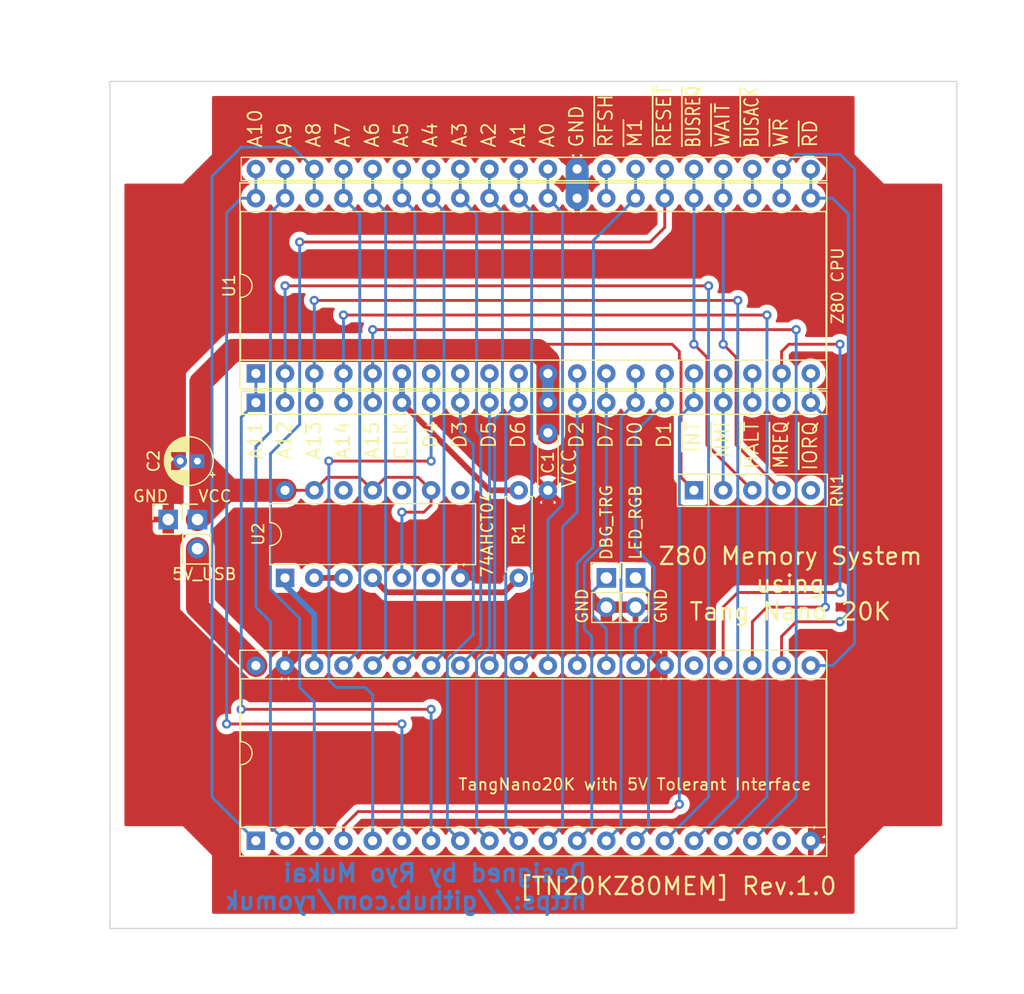
<source format=kicad_pcb>
(kicad_pcb (version 20221018) (generator pcbnew)
  (layers (0 "F.Cu" signal) (31 "B.Cu" signal) (34 "B.Paste" user) (35 "F.Paste" user) (36 "B.SilkS" user "B.Silkscreen") (37 "F.SilkS" user "F.Silkscreen") (38 "B.Mask" user) (39 "F.Mask" user) (44 "Edge.Cuts" user))
  (net 0 "")
  (net 1 "A8")
  (net 2 "A9")
  (net 3 "RESET_n")
  (net 4 "INT_n")
  (net 5 "D4")
  (net 6 "A10")
  (net 7 "A11")
  (net 8 "D3")
  (net 9 "D5")
  (net 10 "D6")
  (net 11 "D2")
  (net 12 "D7")
  (net 13 "D0")
  (net 14 "D1")
  (net 15 "A12")
  (net 16 "A13")
  (net 17 "GND")
  (net 18 "A14")
  (net 19 "A15")
  (net 20 "CLK")
  (net 21 "M1_n")
  (net 22 "MREQ_n")
  (net 23 "IORQ_n")
  (net 24 "RD_n")
  (net 25 "WR_n")
  (net 26 "A7")
  (net 27 "A6")
  (net 28 "A5")
  (net 29 "A4")
  (net 30 "DBG_TRG")
  (net 31 "LED_RGB")
  (net 32 "A3")
  (net 33 "A2")
  (net 34 "A1")
  (net 35 "A0")
  (net 36 "Net-(R1-Pad1)")
  (net 37 "CLK_3V")
  (net 38 "NMI_n")
  (net 39 "HALT_n")
  (net 40 "VCC")
  (net 41 "5V_USB")
  (net 42 "WAIT_n")
  (net 43 "RFSH_n")
  (net 47 "Net-(U2-Pad2)")
  (net 52 "BUSACK_n")
  (net 53 "BUSREQ_n")
  (footprint "000_MyFootprint:MountingHole_3mm" (layer "F.Cu") (at 68.58 68.58)
    (fp_text reference "REF**")
    (fp_text value "MountingHole_3mm")
  )
  (footprint "000_MyFootprint:PinHeader_1x02_P2.54mm_Vertical" (layer "F.Cu") (at 43.18 43.18)
    (fp_text reference "DBG_TRG")
    (fp_text value "DBG_TRG")
  )
  (footprint "000_MyFootprint:PinHeader_1x02_P2.54mm_Vertical" (layer "F.Cu") (at 45.72 43.18)
    (fp_text reference "LED_RGB")
    (fp_text value "LED_RGB")
  )
  (footprint "000_MyFootprint:PinHeader_1x02_P2.54mm_Vertical" (layer "F.Cu") (at 7.62 38.1)
    (fp_text reference "VCC")
    (fp_text value "USE_USB_POWER")
  )
  (footprint "Resistor_THT:R_Array_SIP5" (layer "F.Cu") (at 50.8 35.56)
    (fp_text reference "RN1")
    (fp_text value "10k")
  )
  (footprint "000_MyFootprint:DIP-14_W7.62mm" (layer "F.Cu") (at 15.24 43.18 90)
    (fp_text reference "U2")
    (fp_text value "74AHCT04")
  )
  (footprint "000_MyFootprint:MountingHole_3mm" (layer "F.Cu") (at 5.08 5.08)
    (fp_text reference "REF**")
    (fp_text value "MountingHole_3mm")
  )
  (footprint "000_MyFootprint:CP_Radial_D4.0mm_P1.50mm" (layer "F.Cu") (at 7.62 33.02 180)
    (fp_text reference "C2")
    (fp_text value "22uF")
  )
  (footprint "000_MyFootprint:R_Axial_DIN0207_L6.3mm_D2.5mm_P7.62mm_Horizontal" (layer "F.Cu") (at 35.56 43.18 90)
    (fp_text reference "R1")
    (fp_text value "33")
  )
  (footprint "000_MyFootprint:DIP-40_W20.32mm800mil_Socket" (layer "F.Cu") (at 12.7 27.94 90)
    (fp_text reference "J1" hide)
    (fp_text value "Z80 TEST")
  )
  (footprint "000_MyFootprint:PinHeader_1x01_P2.54mm_Vertical" (layer "F.Cu") (at 5.08 38.1)
    (fp_text reference "GND")
    (fp_text value "GND")
  )
  (footprint "000_MyFootprint:C_Disc_D4.3mm_W1.9mm_P5.00mm" (layer "F.Cu") (at 38.1 30.56 -90)
    (fp_text reference "C1")
    (fp_text value "0.1uF")
  )
  (footprint "000_MyFootprint:MountingHole_3mm" (layer "F.Cu") (at 5.08 68.58)
    (fp_text reference "REF**")
    (fp_text value "MountingHole_3mm")
  )
  (footprint "000_MyFootprint:DIP-40_W15.24mm_Socket" (layer "F.Cu") (at 12.7 66.04 90)
    (fp_text reference "J2" hide)
    (fp_text value "TangNano20K5VInterface")
  )
  (footprint "000_MyFootprint:DIP-40_W15.24mm_Socket" (layer "F.Cu") (at 12.7 25.4 90)
    (fp_text reference "U1")
    (fp_text value "Z80 CPU")
  )
  (footprint "000_MyFootprint:MountingHole_3mm" (layer "F.Cu") (at 68.58 5.08)
    (fp_text reference "REF**")
    (fp_text value "MountingHole_3mm")
  )
  (gr_line (start 0 0) (end 73.66 0) (stroke (width 0.1)) (layer "Edge.Cuts"))
  (gr_line (start 73.66 0) (end 73.66 73.66) (stroke (width 0.1)) (layer "Edge.Cuts"))
  (gr_line (start 0 73.66) (end 0 0) (stroke (width 0.1)) (layer "Edge.Cuts"))
  (gr_line (start 73.66 73.66) (end 0 73.66) (stroke (width 0.1)) (layer "Edge.Cuts"))
  (gr_text "Designed by Ryo Mukai\nhttps://github.com/ryomuk" (at 41.656 72.136) (layer "B.Cu") (effects (font (size 1.5 1.5) (thickness 0.3) bold) (justify left bottom mirror)))
  (gr_text "A4" (at 28.575 5.842 90) (layer "F.SilkS") (effects (font (size 1.2 1.2)) (justify left bottom)))
  (gr_text "D6" (at 36.195 29.464 90) (layer "F.SilkS") (effects (font (size 1.2 1.2)) (justify right bottom)))
  (gr_text "D4" (at 28.575 29.464 90) (layer "F.SilkS") (effects (font (size 1.2 1.2)) (justify right bottom)))
  (gr_text "D2" (at 41.275 29.464 90) (layer "F.SilkS") (effects (font (size 1.2 1.2)) (justify right bottom)))
  (gr_text "D3" (at 31.115 29.464 90) (layer "F.SilkS") (effects (font (size 1.2 1.2)) (justify right bottom)))
  (gr_text "A15" (at 23.495 29.464 90) (layer "F.SilkS") (effects (font (size 1.2 1.2)) (justify right bottom)))
  (gr_text "[TN20KZ80MEM] Rev.1.0" (at 35.56 70.866) (layer "F.SilkS") (effects (font (size 1.5 1.5) (thickness 0.2)) (justify left bottom)))
  (gr_text "~{HALT}" (at 56.515 29.464 90) (layer "F.SilkS") (effects (font (size 1.2 1.2)) (justify right bottom)))
  (gr_text "A12" (at 15.875 29.464 90) (layer "F.SilkS") (effects (font (size 1.2 1.2)) (justify right bottom)))
  (gr_text "~{WAIT}" (at 53.975 5.842 90) (layer "F.SilkS") (effects (font (size 1.2 1.2)) (justify left bottom)))
  (gr_text "GND" (at 41.275 5.842 90) (layer "F.SilkS") (effects (font (size 1.2 1.2)) (justify left bottom)))
  (gr_text "VCC" (at 40.64 31.837 90) (layer "F.SilkS") (effects (font (size 1.2 1.2)) (justify right bottom)))
  (gr_text "A10" (at 13.335 5.842 90) (layer "F.SilkS") (effects (font (size 1.2 1.2)) (justify left bottom)))
  (gr_text "A7" (at 20.955 5.842 90) (layer "F.SilkS") (effects (font (size 1.2 1.2)) (justify left bottom)))
  (gr_text "A6" (at 23.495 5.842 90) (layer "F.SilkS") (effects (font (size 1.2 1.2)) (justify left bottom)))
  (gr_text "CLK" (at 26.035 29.464 90) (layer "F.SilkS") (effects (font (size 1.2 1.2)) (justify right bottom)))
  (gr_text "A13" (at 18.415 29.464 90) (layer "F.SilkS") (effects (font (size 1.2 1.2)) (justify right bottom)))
  (gr_text "GND" (at 41.656 47.244 90) (layer "F.SilkS") (effects (font (size 1 1)) (justify left bottom)))
  (gr_text "~{RD}" (at 61.595 5.842 90) (layer "F.SilkS") (effects (font (size 1.2 1.2)) (justify left bottom)))
  (gr_text "~{INT}" (at 51.435 29.464 90) (layer "F.SilkS") (effects (font (size 1.2 1.2)) (justify right bottom)))
  (gr_text "A9" (at 15.875 5.842 90) (layer "F.SilkS") (effects (font (size 1.2 1.2)) (justify left bottom)))
  (gr_text "D1" (at 48.895 29.464 90) (layer "F.SilkS") (effects (font (size 1.2 1.2)) (justify right bottom)))
  (gr_text "Z80 Memory System\nusing\nTang Nano 20K" (at 59.182 46.99) (layer "F.SilkS") (effects (font (size 1.5 1.5) (thickness 0.2)) (justify bottom)))
  (gr_text "TangNano20K with 5V Tolerant Interface" (at 30.226 61.722) (layer "F.SilkS") (effects (font (size 1 1)) (justify left bottom)))
  (gr_text "~{M1}" (at 46.355 5.842 90) (layer "F.SilkS") (effects (font (size 1.2 1.2)) (justify left bottom)))
  (gr_text "GND" (at 48.514 47.244 90) (layer "F.SilkS") (effects (font (size 1 1)) (justify left bottom)))
  (gr_text "~{RFSH}" (at 43.815 5.842 90) (layer "F.SilkS") (effects (font (size 1.2 1.2)) (justify left bottom)))
  (gr_text "A5" (at 26.035 5.842 90) (layer "F.SilkS") (effects (font (size 1.2 1.2)) (justify left bottom)))
  (gr_text "A3" (at 31.115 5.842 90) (layer "F.SilkS") (effects (font (size 1.2 1.2)) (justify left bottom)))
  (gr_text "~{RESET}" (at 48.895 5.842 90) (layer "F.SilkS") (effects (font (size 1.2 1.2)) (justify left bottom)))
  (gr_text "~{BUSREQ}" (at 51.435 5.842 90) (layer "F.SilkS") (effects (font (size 1.2 0.9)) (justify left bottom)))
  (gr_text "~{WR}" (at 59.055 5.842 90) (layer "F.SilkS") (effects (font (size 1.2 1.2)) (justify left bottom)))
  (gr_text "5V_USB" (at 5.334 43.434) (layer "F.SilkS") (effects (font (size 1 1)) (justify left bottom)))
  (gr_text "A0" (at 38.735 5.842 90) (layer "F.SilkS") (effects (font (size 1.2 1.2)) (justify left bottom)))
  (gr_text "~{BUSACK}" (at 56.515 5.842 90) (layer "F.SilkS") (effects (font (size 1.2 0.9)) (justify left bottom)))
  (gr_text "A2" (at 33.655 5.842 90) (layer "F.SilkS") (effects (font (size 1.2 1.2)) (justify left bottom)))
  (gr_text "A14" (at 20.955 29.464 90) (layer "F.SilkS") (effects (font (size 1.2 1.2)) (justify right bottom)))
  (gr_text "D0" (at 46.355 29.464 90) (layer "F.SilkS") (effects (font (size 1.2 1.2)) (justify right bottom)))
  (gr_text "D7" (at 43.815 29.464 90) (layer "F.SilkS") (effects (font (size 1.2 1.2)) (justify right bottom)))
  (gr_text "~{MREQ}" (at 59.055 29.464 90) (layer "F.SilkS") (effects (font (size 1.2 1)) (justify right bottom)))
  (gr_text "~{NMI}" (at 53.975 29.464 90) (layer "F.SilkS") (effects (font (size 1.2 1.2)) (justify right bottom)))
  (gr_text "D5" (at 33.655 29.464 90) (layer "F.SilkS") (effects (font (size 1.2 1.2)) (justify right bottom)))
  (gr_text "A1" (at 36.195 5.842 90) (layer "F.SilkS") (effects (font (size 1.2 1.2)) (justify left bottom)))
  (gr_text "A11" (at 13.335 29.464 90) (layer "F.SilkS") (effects (font (size 1.2 1.2)) (justify right bottom)))
  (gr_text "~{IORQ}" (at 61.595 29.464 90) (layer "F.SilkS") (effects (font (size 1.2 1.2)) (justify right bottom)))
  (gr_text "A8" (at 18.415 5.842 90) (layer "F.SilkS") (effects (font (size 1.2 1.2)) (justify left bottom)))
  (segment (start 8.89 62.23) (end 8.89 8.255) (width 0.25) (layer "B.Cu") (net 1))
  (segment (start 11.43 5.715) (end 15.875 5.715) (width 0.25) (layer "B.Cu") (net 1))
  (segment (start 12.7 66.04) (end 8.89 62.23) (width 0.25) (layer "B.Cu") (net 1))
  (segment (start 15.875 5.715) (end 17.78 7.62) (width 0.25) (layer "B.Cu") (net 1))
  (segment (start 17.78 10.16) (end 17.78 7.62) (width 0.25) (layer "B.Cu") (net 1))
  (segment (start 8.89 8.255) (end 11.43 5.715) (width 0.25) (layer "B.Cu") (net 1))
  (segment (start 14.115 11.285) (end 15.24 10.16) (width 0.25) (layer "B.Cu") (net 2))
  (segment (start 12.7 31.75) (end 13.97 30.48) (width 0.25) (layer "B.Cu") (net 2))
  (segment (start 15.24 10.16) (end 15.24 7.62) (width 0.25) (layer "B.Cu") (net 2))
  (segment (start 13.97 46.99) (end 12.7 45.72) (width 0.25) (layer "B.Cu") (net 2))
  (segment (start 13.97 30.48) (end 13.97 11.43) (width 0.25) (layer "B.Cu") (net 2))
  (segment (start 13.97 64.77) (end 13.97 46.99) (width 0.25) (layer "B.Cu") (net 2))
  (segment (start 15.24 66.04) (end 13.97 64.77) (width 0.25) (layer "B.Cu") (net 2))
  (segment (start 12.7 45.72) (end 12.7 31.75) (width 0.25) (layer "B.Cu") (net 2))
  (segment (start 46.99 13.97) (end 48.26 12.7) (width 0.25) (layer "F.Cu") (net 3))
  (segment (start 16.51 13.97) (end 46.99 13.97) (width 0.25) (layer "F.Cu") (net 3))
  (segment (start 48.26 12.7) (end 48.26 10.16) (width 0.25) (layer "F.Cu") (net 3))
  (via (at 16.51 13.97) (size 0.8) (drill 0.4) (layers "F.Cu" "B.Cu") (net 3))
  (segment (start 17.78 66.04) (end 17.78 53.975) (width 0.25) (layer "B.Cu") (net 3))
  (segment (start 16.51 29.845) (end 16.51 13.97) (width 0.25) (layer "B.Cu") (net 3))
  (segment (start 13.97 44.16) (end 13.97 32.385) (width 0.25) (layer "B.Cu") (net 3))
  (segment (start 13.97 32.385) (end 16.51 29.845) (width 0.25) (layer "B.Cu") (net 3))
  (segment (start 16.51 52.705) (end 16.51 46.7) (width 0.25) (layer "B.Cu") (net 3))
  (segment (start 17.78 53.975) (end 16.51 52.705) (width 0.25) (layer "B.Cu") (net 3))
  (segment (start 16.51 46.7) (end 13.97 44.16) (width 0.25) (layer "B.Cu") (net 3))
  (segment (start 48.26 10.16) (end 48.26 7.62) (width 0.25) (layer "B.Cu") (net 3))
  (segment (start 48.895 63.5) (end 49.53 62.865) (width 0.25) (layer "F.Cu") (net 4))
  (segment (start 21.59 63.5) (end 48.895 63.5) (width 0.25) (layer "F.Cu") (net 4))
  (segment (start 20.32 64.77) (end 21.59 63.5) (width 0.25) (layer "F.Cu") (net 4))
  (segment (start 20.32 66.04) (end 20.32 64.77) (width 0.25) (layer "F.Cu") (net 4))
  (via (at 49.53 62.865) (size 0.8) (drill 0.4) (layers "F.Cu" "B.Cu") (net 4))
  (segment (start 50.8 27.94) (end 50.8 25.4) (width 0.25) (layer "B.Cu") (net 4))
  (segment (start 49.53 62.865) (end 49.53 29.21) (width 0.25) (layer "B.Cu") (net 4))
  (segment (start 49.53 29.21) (end 50.8 27.94) (width 0.25) (layer "B.Cu") (net 4))
  (segment (start 19.05 33.02) (end 27.94 33.02) (width 0.25) (layer "F.Cu") (net 5))
  (via (at 27.94 33.02) (size 0.8) (drill 0.4) (layers "F.Cu" "B.Cu") (net 5))
  (via (at 19.05 33.02) (size 0.8) (drill 0.4) (layers "F.Cu" "B.Cu") (net 5))
  (segment (start 19.685 52.705) (end 22.225 52.705) (width 0.25) (layer "B.Cu") (net 5))
  (segment (start 22.86 53.34) (end 22.86 66.04) (width 0.25) (layer "B.Cu") (net 5))
  (segment (start 19.05 52.07) (end 19.685 52.705) (width 0.25) (layer "B.Cu") (net 5))
  (segment (start 19.05 33.02) (end 19.05 52.07) (width 0.25) (layer "B.Cu") (net 5))
  (segment (start 27.94 33.02) (end 27.94 27.94) (width 0.25) (layer "B.Cu") (net 5))
  (segment (start 27.94 27.94) (end 27.94 25.4) (width 0.25) (layer "B.Cu") (net 5))
  (segment (start 22.225 52.705) (end 22.86 53.34) (width 0.25) (layer "B.Cu") (net 5))
  (segment (start 25.4 55.88) (end 10.16 55.88) (width 0.25) (layer "F.Cu") (net 6))
  (via (at 25.4 55.88) (size 0.8) (drill 0.4) (layers "F.Cu" "B.Cu") (net 6))
  (via (at 10.16 55.88) (size 0.8) (drill 0.4) (layers "F.Cu" "B.Cu") (net 6))
  (segment (start 12.7 10.16) (end 12.7 7.62) (width 0.25) (layer "B.Cu") (net 6))
  (segment (start 10.16 11.43) (end 11.43 10.16) (width 0.25) (layer "B.Cu") (net 6))
  (segment (start 11.43 10.16) (end 12.7 10.16) (width 0.25) (layer "B.Cu") (net 6))
  (segment (start 25.4 66.04) (end 25.4 55.88) (width 0.25) (layer "B.Cu") (net 6))
  (segment (start 10.16 55.88) (end 10.16 11.43) (width 0.25) (layer "B.Cu") (net 6))
  (segment (start 11.43 54.61) (end 27.94 54.61) (width 0.25) (layer "F.Cu") (net 7))
  (via (at 11.43 54.61) (size 0.8) (drill 0.4) (layers "F.Cu" "B.Cu") (net 7))
  (via (at 27.94 54.61) (size 0.8) (drill 0.4) (layers "F.Cu" "B.Cu") (net 7))
  (segment (start 11.43 54.61) (end 11.43 29.21) (width 0.25) (layer "B.Cu") (net 7))
  (segment (start 27.94 54.61) (end 27.94 66.04) (width 0.25) (layer "B.Cu") (net 7))
  (segment (start 11.43 29.21) (end 12.7 27.94) (width 0.25) (layer "B.Cu") (net 7))
  (segment (start 12.7 27.94) (end 12.7 25.4) (width 0.25) (layer "B.Cu") (net 7))
  (segment (start 31.605 31.605) (end 31.605 48.151) (width 0.25) (layer "B.Cu") (net 8))
  (segment (start 29.355 50.334009) (end 29.355 64.915) (width 0.25) (layer "B.Cu") (net 8))
  (segment (start 29.355 64.915) (end 30.48 66.04) (width 0.25) (layer "B.Cu") (net 8))
  (segment (start 30.48 27.94) (end 30.48 30.48) (width 0.25) (layer "B.Cu") (net 8))
  (segment (start 30.48 27.94) (end 30.48 25.4) (width 0.25) (layer "B.Cu") (net 8))
  (segment (start 31.605 48.084009) (end 29.355 50.334009) (width 0.25) (layer "B.Cu") (net 8))
  (segment (start 30.48 30.48) (end 31.605 31.605) (width 0.25) (layer "B.Cu") (net 8))
  (segment (start 33.02 27.94) (end 33.02 49.209009) (width 0.25) (layer "B.Cu") (net 9))
  (segment (start 31.895 50.334009) (end 31.895 64.915) (width 0.25) (layer "B.Cu") (net 9))
  (segment (start 33.02 49.209009) (end 31.895 50.334009) (width 0.25) (layer "B.Cu") (net 9))
  (segment (start 31.895 64.915) (end 33.02 66.04) (width 0.25) (layer "B.Cu") (net 9))
  (segment (start 33.02 27.94) (end 33.02 25.4) (width 0.25) (layer "B.Cu") (net 9))
  (segment (start 34.435 29.065) (end 34.435 64.915) (width 0.25) (layer "B.Cu") (net 10))
  (segment (start 35.56 27.94) (end 35.56 25.4) (width 0.25) (layer "B.Cu") (net 10))
  (segment (start 34.435 64.915) (end 35.56 66.04) (width 0.25) (layer "B.Cu") (net 10))
  (segment (start 35.56 27.94) (end 34.435 29.065) (width 0.25) (layer "B.Cu") (net 10))
  (segment (start 40.64 27.94) (end 40.64 25.4) (width 0.25) (layer "B.Cu") (net 11))
  (segment (start 38.1 66.04) (end 39.37 64.77) (width 0.25) (layer "B.Cu") (net 11))
  (segment (start 40.64 27.94) (end 40.64 37.465) (width 0.25) (layer "B.Cu") (net 11))
  (segment (start 39.37 38.735) (end 39.37 64.77) (width 0.25) (layer "B.Cu") (net 11))
  (segment (start 40.64 37.465) (end 39.37 38.735) (width 0.25) (layer "B.Cu") (net 11))
  (segment (start 41.91 64.77) (end 40.64 66.04) (width 0.25) (layer "B.Cu") (net 12))
  (segment (start 43.18 40.005) (end 41.275 41.91) (width 0.25) (layer "B.Cu") (net 12))
  (segment (start 41.275 41.91) (end 41.275 47.625) (width 0.25) (layer "B.Cu") (net 12))
  (segment (start 43.18 27.94) (end 43.18 40.005) (width 0.25) (layer "B.Cu") (net 12))
  (segment (start 41.91 48.26) (end 41.91 64.77) (width 0.25) (layer "B.Cu") (net 12))
  (segment (start 41.275 47.625) (end 41.91 48.26) (width 0.25) (layer "B.Cu") (net 12))
  (segment (start 43.18 27.94) (end 43.18 25.4) (width 0.25) (layer "B.Cu") (net 12))
  (segment (start 44.45 64.77) (end 44.45 29.21) (width 0.25) (layer "B.Cu") (net 13))
  (segment (start 44.45 29.21) (end 45.72 27.94) (width 0.25) (layer "B.Cu") (net 13))
  (segment (start 43.18 66.04) (end 44.45 64.77) (width 0.25) (layer "B.Cu") (net 13))
  (segment (start 45.72 27.94) (end 45.72 25.4) (width 0.25) (layer "B.Cu") (net 13))
  (segment (start 47.345 42.265) (end 47.345 49.81) (width 0.25) (layer "B.Cu") (net 14))
  (segment (start 48.26 27.94) (end 48.26 25.4) (width 0.25) (layer "B.Cu") (net 14))
  (segment (start 47.345 49.81) (end 46.845 50.31) (width 0.25) (layer "B.Cu") (net 14))
  (segment (start 45.72 30.48) (end 45.72 40.64) (width 0.25) (layer "B.Cu") (net 14))
  (segment (start 45.72 40.64) (end 47.345 42.265) (width 0.25) (layer "B.Cu") (net 14))
  (segment (start 48.26 27.94) (end 45.72 30.48) (width 0.25) (layer "B.Cu") (net 14))
  (segment (start 46.845 50.31) (end 46.845 64.915) (width 0.25) (layer "B.Cu") (net 14))
  (segment (start 46.845 64.915) (end 45.72 66.04) (width 0.25) (layer "B.Cu") (net 14))
  (segment (start 52.07 17.78) (end 15.24 17.78) (width 0.25) (layer "F.Cu") (net 15))
  (via (at 15.24 17.78) (size 0.8) (drill 0.4) (layers "F.Cu" "B.Cu") (net 15))
  (via (at 52.07 17.78) (size 0.8) (drill 0.4) (layers "F.Cu" "B.Cu") (net 15))
  (segment (start 52.07 17.78) (end 52.07 62.23) (width 0.25) (layer "B.Cu") (net 15))
  (segment (start 15.24 27.94) (end 15.24 25.4) (width 0.25) (layer "B.Cu") (net 15))
  (segment (start 15.24 25.4) (end 15.24 17.78) (width 0.25) (layer "B.Cu") (net 15))
  (segment (start 52.07 62.23) (end 48.26 66.04) (width 0.25) (layer "B.Cu") (net 15))
  (segment (start 17.78 19.05) (end 54.61 19.05) (width 0.25) (layer "F.Cu") (net 16))
  (via (at 54.61 19.05) (size 0.8) (drill 0.4) (layers "F.Cu" "B.Cu") (net 16))
  (via (at 17.78 19.05) (size 0.8) (drill 0.4) (layers "F.Cu" "B.Cu") (net 16))
  (segment (start 54.61 19.05) (end 54.61 62.23) (width 0.25) (layer "B.Cu") (net 16))
  (segment (start 54.61 62.23) (end 50.8 66.04) (width 0.25) (layer "B.Cu") (net 16))
  (segment (start 17.78 25.4) (end 17.78 19.05) (width 0.25) (layer "B.Cu") (net 16))
  (segment (start 17.78 27.94) (end 17.78 25.4) (width 0.25) (layer "B.Cu") (net 16))
  (segment (start 5.08 45.584164) (end 11.995836 52.5) (width 1) (layer "F.Cu") (net 17))
  (segment (start 16.74 49.3) (end 46.76 49.3) (width 1) (layer "F.Cu") (net 17))
  (segment (start 31.98 41.68) (end 38.58 41.68) (width 1) (layer "F.Cu") (net 17))
  (segment (start 46.76 52.3) (end 16.74 52.3) (width 1) (layer "F.Cu") (net 17))
  (segment (start 39.14 6.12) (end 40.64 7.62) (width 1) (layer "F.Cu") (net 17))
  (segment (start 12.078679 6.12) (end 39.14 6.12) (width 1) (layer "F.Cu") (net 17))
  (segment (start 40.64 10.16) (end 40.64 7.62) (width 2) (layer "F.Cu") (net 17))
  (segment (start 13.54 52.5) (end 15.24 50.8) (width 1) (layer "F.Cu") (net 17))
  (segment (start 46.76 49.3) (end 48.26 50.8) (width 1) (layer "F.Cu") (net 17))
  (segment (start 42.62 45.72) (end 43.18 45.72) (width 1) (layer "F.Cu") (net 17))
  (segment (start 5.08 34.06) (end 6.12 33.02) (width 1) (layer "F.Cu") (net 17))
  (segment (start 38.1 35.56) (end 38.1 41.275) (width 1) (layer "F.Cu") (net 17))
  (segment (start 48.26 50.8) (end 46.76 52.3) (width 1) (layer "F.Cu") (net 17))
  (segment (start 6.12 12.078679) (end 12.078679 6.12) (width 1) (layer "F.Cu") (net 17))
  (segment (start 60.96 66.04) (end 64.6 62.4) (width 1) (layer "F.Cu") (net 17))
  (segment (start 64.6 62.4) (end 64.6 9.138679) (width 1) (layer "F.Cu") (net 17))
  (segment (start 11.995836 52.5) (end 13.54 52.5) (width 1) (layer "F.Cu") (net 17))
  (segment (start 43.18 45.72) (end 43.18 48.895) (width 1) (layer "F.Cu") (net 17))
  (segment (start 45.72 45.72) (end 43.18 45.72) (width 1) (layer "F.Cu") (net 17))
  (segment (start 61.176321 5.715) (end 42.545 5.715) (width 1) (layer "F.Cu") (net 17))
  (segment (start 15.24 50.8) (end 16.74 49.3) (width 1) (layer "F.Cu") (net 17))
  (segment (start 16.74 52.3) (end 15.24 50.8) (width 1) (layer "F.Cu") (net 17))
  (segment (start 42.545 5.715) (end 40.64 7.62) (width 1) (layer "F.Cu") (net 17))
  (segment (start 38.58 41.68) (end 42.62 45.72) (width 1) (layer "F.Cu") (net 17))
  (segment (start 30.48 43.18) (end 31.98 41.68) (width 1) (layer "F.Cu") (net 17))
  (segment (start 64.6 9.138679) (end 61.176321 5.715) (width 1) (layer "F.Cu") (net 17))
  (segment (start 5.08 38.1) (end 5.08 34.06) (width 1) (layer "F.Cu") (net 17))
  (segment (start 5.08 38.1) (end 5.08 45.584164) (width 1) (layer "F.Cu") (net 17))
  (segment (start 6.12 33.02) (end 6.12 12.078679) (width 1) (layer "F.Cu") (net 17))
  (segment (start 40.64 10.16) (end 40.64 7.62) (width 2) (layer "B.Cu") (net 17))
  (segment (start 20.32 20.32) (end 57.15 20.32) (width 0.25) (layer "F.Cu") (net 18))
  (via (at 20.32 20.32) (size 0.8) (drill 0.4) (layers "F.Cu" "B.Cu") (net 18))
  (via (at 57.15 20.32) (size 0.8) (drill 0.4) (layers "F.Cu" "B.Cu") (net 18))
  (segment (start 57.15 62.23) (end 53.34 66.04) (width 0.25) (layer "B.Cu") (net 18))
  (segment (start 57.15 20.32) (end 57.15 62.23) (width 0.25) (layer "B.Cu") (net 18))
  (segment (start 20.32 27.94) (end 20.32 25.4) (width 0.25) (layer "B.Cu") (net 18))
  (segment (start 20.32 25.4) (end 20.32 20.32) (width 0.25) (layer "B.Cu") (net 18))
  (segment (start 59.69 21.59) (end 22.86 21.59) (width 0.25) (layer "F.Cu") (net 19))
  (via (at 59.69 21.59) (size 0.8) (drill 0.4) (layers "F.Cu" "B.Cu") (net 19))
  (via (at 22.86 21.59) (size 0.8) (drill 0.4) (layers "F.Cu" "B.Cu") (net 19))
  (segment (start 22.86 25.4) (end 22.86 21.59) (width 0.25) (layer "B.Cu") (net 19))
  (segment (start 59.69 62.23) (end 55.88 66.04) (width 0.25) (layer "B.Cu") (net 19))
  (segment (start 22.86 27.94) (end 22.86 25.4) (width 0.25) (layer "B.Cu") (net 19))
  (segment (start 59.69 21.59) (end 59.69 62.23) (width 0.25) (layer "B.Cu") (net 19))
  (segment (start 25.4 27.94) (end 25.4 25.4) (width 0.5) (layer "F.Cu") (net 20))
  (segment (start 33.02 35.56) (end 25.4 27.94) (width 0.5) (layer "F.Cu") (net 20))
  (segment (start 35.56 35.56) (end 33.02 35.56) (width 0.5) (layer "F.Cu") (net 20))
  (segment (start 25.4 27.94) (end 25.4 25.4) (width 0.5) (layer "B.Cu") (net 20))
  (segment (start 42.055 13.825) (end 42.055 40.493604) (width 0.25) (layer "B.Cu") (net 21))
  (segment (start 45.72 10.16) (end 42.055 13.825) (width 0.25) (layer "B.Cu") (net 21))
  (segment (start 42.055 40.493604) (end 40.64 41.908604) (width 0.25) (layer "B.Cu") (net 21))
  (segment (start 45.72 10.16) (end 45.72 7.62) (width 0.25) (layer "B.Cu") (net 21))
  (segment (start 40.64 41.908604) (end 40.64 50.8) (width 0.25) (layer "B.Cu") (net 21))
  (segment (start 54.61 44.45) (end 53.34 45.72) (width 0.25) (layer "F.Cu") (net 22))
  (segment (start 63.5 44.45) (end 54.61 44.45) (width 0.25) (layer "F.Cu") (net 22))
  (segment (start 63.5 22.86) (end 59.055 22.86) (width 0.25) (layer "F.Cu") (net 22))
  (segment (start 58.42 23.495) (end 58.42 25.4) (width 0.25) (layer "F.Cu") (net 22))
  (segment (start 53.34 45.72) (end 53.34 50.8) (width 0.25) (layer "F.Cu") (net 22))
  (segment (start 59.055 22.86) (end 58.42 23.495) (width 0.25) (layer "F.Cu") (net 22))
  (via (at 63.5 22.86) (size 0.8) (drill 0.4) (layers "F.Cu" "B.Cu") (net 22))
  (via (at 63.5 44.45) (size 0.8) (drill 0.4) (layers "F.Cu" "B.Cu") (net 22))
  (segment (start 63.5 22.86) (end 63.5 44.45) (width 0.25) (layer "B.Cu") (net 22))
  (segment (start 58.42 27.94) (end 58.42 25.4) (width 0.25) (layer "B.Cu") (net 22))
  (segment (start 62.23 45.72) (end 57.15 45.72) (width 0.25) (layer "F.Cu") (net 23))
  (segment (start 57.15 45.72) (end 55.88 46.99) (width 0.25) (layer "F.Cu") (net 23))
  (segment (start 55.88 46.99) (end 55.88 50.8) (width 0.25) (layer "F.Cu") (net 23))
  (via (at 62.23 45.72) (size 0.8) (drill 0.4) (layers "F.Cu" "B.Cu") (net 23))
  (segment (start 60.96 27.94) (end 62.23 29.21) (width 0.25) (layer "B.Cu") (net 23))
  (segment (start 60.96 27.94) (end 60.96 25.4) (width 0.25) (layer "B.Cu") (net 23))
  (segment (start 62.23 29.21) (end 62.23 45.72) (width 0.25) (layer "B.Cu") (net 23))
  (segment (start 58.42 48.26) (end 59.69 46.99) (width 0.25) (layer "F.Cu") (net 24))
  (segment (start 58.42 50.8) (end 58.42 48.26) (width 0.25) (layer "F.Cu") (net 24))
  (segment (start 59.69 46.99) (end 63.5 46.99) (width 0.25) (layer "F.Cu") (net 24))
  (via (at 63.5 46.99) (size 0.8) (drill 0.4) (layers "F.Cu" "B.Cu") (net 24))
  (segment (start 60.96 10.16) (end 60.96 7.62) (width 0.25) (layer "B.Cu") (net 24))
  (segment (start 62.865 10.16) (end 64.225 11.52) (width 0.25) (layer "B.Cu") (net 24))
  (segment (start 63.5 46.99) (end 64.225 46.265) (width 0.25) (layer "B.Cu") (net 24))
  (segment (start 64.225 46.265) (end 64.225 11.52) (width 0.25) (layer "B.Cu") (net 24))
  (segment (start 62.865 10.16) (end 60.96 10.16) (width 0.25) (layer "B.Cu") (net 24))
  (segment (start 63.5 6.35) (end 59.69 6.35) (width 0.25) (layer "B.Cu") (net 25))
  (segment (start 58.42 10.16) (end 58.42 7.62) (width 0.25) (layer "B.Cu") (net 25))
  (segment (start 64.77 48.895) (end 64.77 7.62) (width 0.25) (layer "B.Cu") (net 25))
  (segment (start 64.77 7.62) (end 63.5 6.35) (width 0.25) (layer "B.Cu") (net 25))
  (segment (start 59.69 6.35) (end 58.42 7.62) (width 0.25) (layer "B.Cu") (net 25))
  (segment (start 60.96 50.8) (end 62.865 50.8) (width 0.25) (layer "B.Cu") (net 25))
  (segment (start 62.865 50.8) (end 64.77 48.895) (width 0.25) (layer "B.Cu") (net 25))
  (segment (start 21.735 49.385) (end 21.735 11.575) (width 0.25) (layer "B.Cu") (net 26))
  (segment (start 20.32 10.16) (end 20.32 7.62) (width 0.25) (layer "B.Cu") (net 26))
  (segment (start 21.735 11.575) (end 20.32 10.16) (width 0.25) (layer "B.Cu") (net 26))
  (segment (start 20.32 50.8) (end 21.735 49.385) (width 0.25) (layer "B.Cu") (net 26))
  (segment (start 23.985 49.675) (end 23.985 11.285) (width 0.25) (layer "B.Cu") (net 27))
  (segment (start 22.86 50.8) (end 23.985 49.675) (width 0.25) (layer "B.Cu") (net 27))
  (segment (start 23.985 11.285) (end 22.86 10.16) (width 0.25) (layer "B.Cu") (net 27))
  (segment (start 22.86 10.16) (end 22.86 7.62) (width 0.25) (layer "B.Cu") (net 27))
  (segment (start 25.4 50.8) (end 26.525 49.675) (width 0.25) (layer "B.Cu") (net 28))
  (segment (start 26.525 49.675) (end 26.525 11.285) (width 0.25) (layer "B.Cu") (net 28))
  (segment (start 26.525 11.285) (end 25.4 10.16) (width 0.25) (layer "B.Cu") (net 28))
  (segment (start 25.4 10.16) (end 25.4 7.62) (width 0.25) (layer "B.Cu") (net 28))
  (segment (start 29.065 49.675) (end 29.065 11.285) (width 0.25) (layer "B.Cu") (net 29))
  (segment (start 27.94 10.16) (end 27.94 7.62) (width 0.25) (layer "B.Cu") (net 29))
  (segment (start 27.94 50.8) (end 29.065 49.675) (width 0.25) (layer "B.Cu") (net 29))
  (segment (start 29.065 11.285) (end 27.94 10.16) (width 0.25) (layer "B.Cu") (net 29))
  (segment (start 43.18 47.625) (end 43.18 50.8) (width 0.25) (layer "B.Cu") (net 30))
  (segment (start 43.18 43.18) (end 42.005 44.355) (width 0.25) (layer "B.Cu") (net 30))
  (segment (start 42.005 46.45) (end 43.18 47.625) (width 0.25) (layer "B.Cu") (net 30))
  (segment (start 42.005 44.355) (end 42.005 46.45) (width 0.25) (layer "B.Cu") (net 30))
  (segment (start 46.895 44.355) (end 45.72 43.18) (width 0.25) (layer "B.Cu") (net 31))
  (segment (start 45.72 47.625) (end 46.895 46.45) (width 0.25) (layer "B.Cu") (net 31))
  (segment (start 45.72 50.8) (end 45.72 47.625) (width 0.25) (layer "B.Cu") (net 31))
  (segment (start 46.895 46.45) (end 46.895 44.355) (width 0.25) (layer "B.Cu") (net 31))
  (segment (start 32.258 30.734) (end 32.258 49.022) (width 0.25) (layer "B.Cu") (net 32))
  (segment (start 31.895 30.371) (end 32.258 30.734) (width 0.25) (layer "B.Cu") (net 32))
  (segment (start 30.48 10.16) (end 30.48 7.62) (width 0.25) (layer "B.Cu") (net 32))
  (segment (start 30.48 10.16) (end 31.895 11.575) (width 0.25) (layer "B.Cu") (net 32))
  (segment (start 32.258 49.022) (end 30.48 50.8) (width 0.25) (layer "B.Cu") (net 32))
  (segment (start 31.895 11.575) (end 31.895 30.371) (width 0.25) (layer "B.Cu") (net 32))
  (segment (start 34.145 11.285) (end 34.145 28.718604) (width 0.25) (layer "B.Cu") (net 33))
  (segment (start 33.02 10.16) (end 33.02 7.62) (width 0.25) (layer "B.Cu") (net 33))
  (segment (start 33.47 50.35) (end 33.02 50.8) (width 0.25) (layer "B.Cu") (net 33))
  (segment (start 33.47 29.393604) (end 33.47 50.35) (width 0.25) (layer "B.Cu") (net 33))
  (segment (start 34.145 28.718604) (end 33.47 29.393604) (width 0.25) (layer "B.Cu") (net 33))
  (segment (start 33.02 10.16) (end 34.145 11.285) (width 0.25) (layer "B.Cu") (net 33))
  (segment (start 36.685 11.285) (end 36.685 49.675) (width 0.25) (layer "B.Cu") (net 34))
  (segment (start 35.56 10.16) (end 36.685 11.285) (width 0.25) (layer "B.Cu") (net 34))
  (segment (start 36.685 49.675) (end 35.56 50.8) (width 0.25) (layer "B.Cu") (net 34))
  (segment (start 35.56 10.16) (end 35.56 7.62) (width 0.25) (layer "B.Cu") (net 34))
  (segment (start 39.37 36.83) (end 39.37 11.43) (width 0.25) (layer "B.Cu") (net 35))
  (segment (start 38.1 10.16) (end 38.1 7.62) (width 0.25) (layer "B.Cu") (net 35))
  (segment (start 38.1 50.8) (end 38.1 38.1) (width 0.25) (layer "B.Cu") (net 35))
  (segment (start 38.1 38.1) (end 39.37 36.83) (width 0.25) (layer "B.Cu") (net 35))
  (segment (start 39.37 11.43) (end 38.1 10.16) (width 0.25) (layer "B.Cu") (net 35))
  (segment (start 24.11 44.43) (end 34.31 44.43) (width 0.5) (layer "F.Cu") (net 36))
  (segment (start 22.86 43.18) (end 24.11 44.43) (width 0.5) (layer "F.Cu") (net 36))
  (segment (start 34.31 44.43) (end 35.56 43.18) (width 0.5) (layer "F.Cu") (net 36))
  (segment (start 15.24 43.815) (end 15.24 43.18) (width 0.5) (layer "B.Cu") (net 37))
  (segment (start 17.78 46.355) (end 15.24 43.815) (width 0.5) (layer "B.Cu") (net 37))
  (segment (start 17.78 50.8) (end 17.78 46.355) (width 0.5) (layer "B.Cu") (net 37))
  (segment (start 53.34 27.94) (end 53.34 25.4) (width 0.25) (layer "B.Cu") (net 38))
  (segment (start 53.34 35.56) (end 53.34 27.94) (width 0.25) (layer "B.Cu") (net 38))
  (segment (start 55.88 27.94) (end 55.88 25.4) (width 0.25) (layer "B.Cu") (net 39))
  (segment (start 49.53 24.13) (end 49.53 23.495) (width 0.25) (layer "F.Cu") (net 40))
  (segment (start 25.4 37.465) (end 27.305 37.465) (width 0.25) (layer "F.Cu") (net 40))
  (segment (start 7.92 26.18) (end 7.92 33.02) (width 2) (layer "F.Cu") (net 40))
  (segment (start 21.735 34.435) (end 22.86 35.56) (width 0.25) (layer "F.Cu") (net 40))
  (segment (start 10.7 23.4) (end 7.92 26.18) (width 2) (layer "F.Cu") (net 40))
  (segment (start 38.1 25.4) (end 38.1 24.26863) (width 2) (layer "F.Cu") (net 40))
  (segment (start 7.92 37.8) (end 7.92 33.02) (width 2) (layer "F.Cu") (net 40))
  (segment (start 10.46 35.56) (end 12.7 35.56) (width 2) (layer "F.Cu") (net 40))
  (segment (start 15.24 35.56) (end 17.78 35.56) (width 0.25) (layer "F.Cu") (net 40))
  (segment (start 7.92 33.02) (end 10.46 35.56) (width 2) (layer "F.Cu") (net 40))
  (segment (start 23.985 34.435) (end 26.815 34.435) (width 0.25) (layer "F.Cu") (net 40))
  (segment (start 12.7 35.56) (end 10.16 35.56) (width 2) (layer "F.Cu") (net 40))
  (segment (start 37.23137 23.4) (end 10.7 23.4) (width 2) (layer "F.Cu") (net 40))
  (segment (start 17.78 35.56) (end 18.905 34.435) (width 0.25) (layer "F.Cu") (net 40))
  (segment (start 27.94 36.83) (end 27.94 35.56) (width 0.25) (layer "F.Cu") (net 40))
  (segment (start 10.16 35.56) (end 7.62 38.1) (width 2) (layer "F.Cu") (net 40))
  (segment (start 38.1 30.56) (end 38.1 25.4) (width 2) (layer "F.Cu") (net 40))
  (segment (start 48.895 22.86) (end 36.83 22.86) (width 0.25) (layer "F.Cu") (net 40))
  (segment (start 49.675 34.435) (end 49.675 24.275) (width 0.25) (layer "F.Cu") (net 40))
  (segment (start 7.62 38.1) (end 7.92 37.8) (width 2) (layer "F.Cu") (net 40))
  (segment (start 22.86 35.56) (end 23.985 34.435) (width 0.25) (layer "F.Cu") (net 40))
  (segment (start 12.7 35.56) (end 15.24 35.56) (width 2) (layer "F.Cu") (net 40))
  (segment (start 49.675 24.275) (end 49.53 24.13) (width 0.25) (layer "F.Cu") (net 40))
  (segment (start 18.905 34.435) (end 21.735 34.435) (width 0.25) (layer "F.Cu") (net 40))
  (segment (start 38.1 24.26863) (end 37.23137 23.4) (width 2) (layer "F.Cu") (net 40))
  (segment (start 26.815 34.435) (end 27.94 35.56) (width 0.25) (layer "F.Cu") (net 40))
  (segment (start 49.53 23.495) (end 48.895 22.86) (width 0.25) (layer "F.Cu") (net 40))
  (segment (start 50.8 35.56) (end 49.675 34.435) (width 0.25) (layer "F.Cu") (net 40))
  (segment (start 27.305 37.465) (end 27.94 36.83) (width 0.25) (layer "F.Cu") (net 40))
  (via (at 25.4 37.465) (size 0.8) (drill 0.4) (layers "F.Cu" "B.Cu") (net 40))
  (segment (start 25.4 43.18) (end 25.4 37.465) (width 0.25) (layer "B.Cu") (net 40))
  (segment (start 38.1 27.94) (end 38.1 25.4) (width 1) (layer "B.Cu") (net 40))
  (segment (start 7.62 45.72) (end 7.62 40.64) (width 2) (layer "F.Cu") (net 41))
  (segment (start 12.7 50.8) (end 7.62 45.72) (width 2) (layer "F.Cu") (net 41))
  (segment (start 54.465 31.605) (end 54.465 23.985) (width 0.25) (layer "F.Cu") (net 42))
  (segment (start 58.42 35.56) (end 54.465 31.605) (width 0.25) (layer "F.Cu") (net 42))
  (segment (start 54.465 23.985) (end 53.34 22.86) (width 0.25) (layer "F.Cu") (net 42))
  (via (at 53.34 22.86) (size 0.8) (drill 0.4) (layers "F.Cu" "B.Cu") (net 42))
  (segment (start 53.34 10.16) (end 53.34 7.62) (width 0.25) (layer "B.Cu") (net 42))
  (segment (start 53.34 22.86) (end 53.34 10.16) (width 0.25) (layer "B.Cu") (net 42))
  (segment (start 43.18 10.16) (end 43.18 7.62) (width 0.25) (layer "B.Cu") (net 43))
  (segment (start 17.78 43.18) (end 20.32 43.18) (width 0.5) (layer "F.Cu") (net 47))
  (segment (start 55.88 10.16) (end 55.88 7.62) (width 0.25) (layer "B.Cu") (net 52))
  (segment (start 55.88 35.56) (end 51.925 31.605) (width 0.25) (layer "F.Cu") (net 53))
  (segment (start 51.925 31.605) (end 51.925 23.985) (width 0.25) (layer "F.Cu") (net 53))
  (segment (start 51.925 23.985) (end 50.8 22.86) (width 0.25) (layer "F.Cu") (net 53))
  (via (at 50.8 22.86) (size 0.8) (drill 0.4) (layers "F.Cu" "B.Cu") (net 53))
  (segment (start 50.8 22.86) (end 50.8 10.16) (width 0.25) (layer "B.Cu") (net 53))
  (segment (start 50.8 10.16) (end 50.8 7.62) (width 0.25) (layer "B.Cu") (net 53))
  (zone (net 17) (net_name "GND") (layer "F.Cu") (connect_pads (clearance 0.5)) (min_thickness 0.25) (fill yes (thermal_gap 0.5) (thermal_bridge_width 0.5))
    (polygon (pts (xy 8.89 1.27) (xy 8.89 6.35) (xy 6.35 8.89) (xy 1.27 8.89) (xy 1.27 64.77) (xy 6.35 64.77) (xy 8.89 67.31) (xy 8.89 72.39) (xy 64.77 72.39) (xy 64.77 67.31) (xy 67.31 64.77) (xy 72.39 64.77) (xy 72.39 8.89) (xy 67.31 8.89) (xy 64.77 6.35) (xy 64.77 1.27)))
  )
)
</source>
